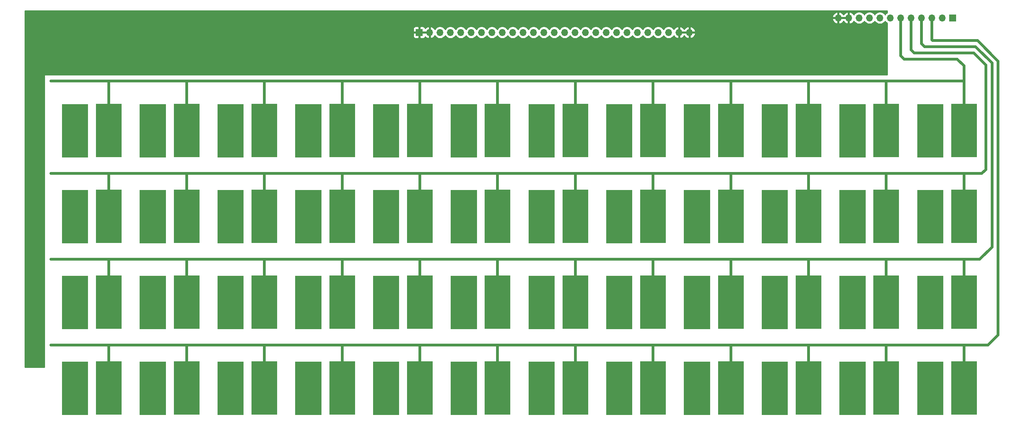
<source format=gtl>
G04 #@! TF.GenerationSoftware,KiCad,Pcbnew,5.1.10*
G04 #@! TF.CreationDate,2021-10-20T11:39:24+02:00*
G04 #@! TF.ProjectId,model_d,6d6f6465-6c5f-4642-9e6b-696361645f70,rev?*
G04 #@! TF.SameCoordinates,Original*
G04 #@! TF.FileFunction,Copper,L1,Top*
G04 #@! TF.FilePolarity,Positive*
%FSLAX46Y46*%
G04 Gerber Fmt 4.6, Leading zero omitted, Abs format (unit mm)*
G04 Created by KiCad (PCBNEW 5.1.10) date 2021-10-20 11:39:24*
%MOMM*%
%LPD*%
G01*
G04 APERTURE LIST*
G04 #@! TA.AperFunction,EtchedComponent*
%ADD10C,0.100000*%
G04 #@! TD*
G04 #@! TA.AperFunction,ConnectorPad*
%ADD11R,6.300000X13.000000*%
G04 #@! TD*
G04 #@! TA.AperFunction,ComponentPad*
%ADD12O,1.700000X1.700000*%
G04 #@! TD*
G04 #@! TA.AperFunction,ComponentPad*
%ADD13R,1.700000X1.700000*%
G04 #@! TD*
G04 #@! TA.AperFunction,Conductor*
%ADD14C,0.700000*%
G04 #@! TD*
G04 #@! TA.AperFunction,Conductor*
%ADD15C,0.254000*%
G04 #@! TD*
G04 #@! TA.AperFunction,Conductor*
%ADD16C,0.100000*%
G04 #@! TD*
G04 APERTURE END LIST*
D10*
G36*
X39000000Y-66500000D02*
G01*
X32700000Y-66500000D01*
X32700000Y-53500000D01*
X39000000Y-53500000D01*
X39000000Y-66500000D01*
G37*
X39000000Y-66500000D02*
X32700000Y-66500000D01*
X32700000Y-53500000D01*
X39000000Y-53500000D01*
X39000000Y-66500000D01*
G36*
X39000000Y-87500000D02*
G01*
X32700000Y-87500000D01*
X32700000Y-74500000D01*
X39000000Y-74500000D01*
X39000000Y-87500000D01*
G37*
X39000000Y-87500000D02*
X32700000Y-87500000D01*
X32700000Y-74500000D01*
X39000000Y-74500000D01*
X39000000Y-87500000D01*
G36*
X39000000Y-108500000D02*
G01*
X32700000Y-108500000D01*
X32700000Y-95500000D01*
X39000000Y-95500000D01*
X39000000Y-108500000D01*
G37*
X39000000Y-108500000D02*
X32700000Y-108500000D01*
X32700000Y-95500000D01*
X39000000Y-95500000D01*
X39000000Y-108500000D01*
G36*
X39000000Y-129500000D02*
G01*
X32700000Y-129500000D01*
X32700000Y-116500000D01*
X39000000Y-116500000D01*
X39000000Y-129500000D01*
G37*
X39000000Y-129500000D02*
X32700000Y-129500000D01*
X32700000Y-116500000D01*
X39000000Y-116500000D01*
X39000000Y-129500000D01*
G36*
X58000000Y-66500000D02*
G01*
X51700000Y-66500000D01*
X51700000Y-53500000D01*
X58000000Y-53500000D01*
X58000000Y-66500000D01*
G37*
X58000000Y-66500000D02*
X51700000Y-66500000D01*
X51700000Y-53500000D01*
X58000000Y-53500000D01*
X58000000Y-66500000D01*
G36*
X58000000Y-87500000D02*
G01*
X51700000Y-87500000D01*
X51700000Y-74500000D01*
X58000000Y-74500000D01*
X58000000Y-87500000D01*
G37*
X58000000Y-87500000D02*
X51700000Y-87500000D01*
X51700000Y-74500000D01*
X58000000Y-74500000D01*
X58000000Y-87500000D01*
G36*
X58000000Y-108500000D02*
G01*
X51700000Y-108500000D01*
X51700000Y-95500000D01*
X58000000Y-95500000D01*
X58000000Y-108500000D01*
G37*
X58000000Y-108500000D02*
X51700000Y-108500000D01*
X51700000Y-95500000D01*
X58000000Y-95500000D01*
X58000000Y-108500000D01*
G36*
X58000000Y-129500000D02*
G01*
X51700000Y-129500000D01*
X51700000Y-116500000D01*
X58000000Y-116500000D01*
X58000000Y-129500000D01*
G37*
X58000000Y-129500000D02*
X51700000Y-129500000D01*
X51700000Y-116500000D01*
X58000000Y-116500000D01*
X58000000Y-129500000D01*
G36*
X77000000Y-66500000D02*
G01*
X70700000Y-66500000D01*
X70700000Y-53500000D01*
X77000000Y-53500000D01*
X77000000Y-66500000D01*
G37*
X77000000Y-66500000D02*
X70700000Y-66500000D01*
X70700000Y-53500000D01*
X77000000Y-53500000D01*
X77000000Y-66500000D01*
G36*
X77000000Y-87500000D02*
G01*
X70700000Y-87500000D01*
X70700000Y-74500000D01*
X77000000Y-74500000D01*
X77000000Y-87500000D01*
G37*
X77000000Y-87500000D02*
X70700000Y-87500000D01*
X70700000Y-74500000D01*
X77000000Y-74500000D01*
X77000000Y-87500000D01*
G36*
X77000000Y-108500000D02*
G01*
X70700000Y-108500000D01*
X70700000Y-95500000D01*
X77000000Y-95500000D01*
X77000000Y-108500000D01*
G37*
X77000000Y-108500000D02*
X70700000Y-108500000D01*
X70700000Y-95500000D01*
X77000000Y-95500000D01*
X77000000Y-108500000D01*
G36*
X77000000Y-129500000D02*
G01*
X70700000Y-129500000D01*
X70700000Y-116500000D01*
X77000000Y-116500000D01*
X77000000Y-129500000D01*
G37*
X77000000Y-129500000D02*
X70700000Y-129500000D01*
X70700000Y-116500000D01*
X77000000Y-116500000D01*
X77000000Y-129500000D01*
G36*
X96000000Y-66500000D02*
G01*
X89700000Y-66500000D01*
X89700000Y-53500000D01*
X96000000Y-53500000D01*
X96000000Y-66500000D01*
G37*
X96000000Y-66500000D02*
X89700000Y-66500000D01*
X89700000Y-53500000D01*
X96000000Y-53500000D01*
X96000000Y-66500000D01*
G36*
X96000000Y-87500000D02*
G01*
X89700000Y-87500000D01*
X89700000Y-74500000D01*
X96000000Y-74500000D01*
X96000000Y-87500000D01*
G37*
X96000000Y-87500000D02*
X89700000Y-87500000D01*
X89700000Y-74500000D01*
X96000000Y-74500000D01*
X96000000Y-87500000D01*
G36*
X96000000Y-108500000D02*
G01*
X89700000Y-108500000D01*
X89700000Y-95500000D01*
X96000000Y-95500000D01*
X96000000Y-108500000D01*
G37*
X96000000Y-108500000D02*
X89700000Y-108500000D01*
X89700000Y-95500000D01*
X96000000Y-95500000D01*
X96000000Y-108500000D01*
G36*
X96000000Y-129500000D02*
G01*
X89700000Y-129500000D01*
X89700000Y-116500000D01*
X96000000Y-116500000D01*
X96000000Y-129500000D01*
G37*
X96000000Y-129500000D02*
X89700000Y-129500000D01*
X89700000Y-116500000D01*
X96000000Y-116500000D01*
X96000000Y-129500000D01*
G36*
X115000000Y-66500000D02*
G01*
X108700000Y-66500000D01*
X108700000Y-53500000D01*
X115000000Y-53500000D01*
X115000000Y-66500000D01*
G37*
X115000000Y-66500000D02*
X108700000Y-66500000D01*
X108700000Y-53500000D01*
X115000000Y-53500000D01*
X115000000Y-66500000D01*
G36*
X115000000Y-87500000D02*
G01*
X108700000Y-87500000D01*
X108700000Y-74500000D01*
X115000000Y-74500000D01*
X115000000Y-87500000D01*
G37*
X115000000Y-87500000D02*
X108700000Y-87500000D01*
X108700000Y-74500000D01*
X115000000Y-74500000D01*
X115000000Y-87500000D01*
G36*
X115000000Y-108500000D02*
G01*
X108700000Y-108500000D01*
X108700000Y-95500000D01*
X115000000Y-95500000D01*
X115000000Y-108500000D01*
G37*
X115000000Y-108500000D02*
X108700000Y-108500000D01*
X108700000Y-95500000D01*
X115000000Y-95500000D01*
X115000000Y-108500000D01*
G36*
X115000000Y-129500000D02*
G01*
X108700000Y-129500000D01*
X108700000Y-116500000D01*
X115000000Y-116500000D01*
X115000000Y-129500000D01*
G37*
X115000000Y-129500000D02*
X108700000Y-129500000D01*
X108700000Y-116500000D01*
X115000000Y-116500000D01*
X115000000Y-129500000D01*
G36*
X134000000Y-66500000D02*
G01*
X127700000Y-66500000D01*
X127700000Y-53500000D01*
X134000000Y-53500000D01*
X134000000Y-66500000D01*
G37*
X134000000Y-66500000D02*
X127700000Y-66500000D01*
X127700000Y-53500000D01*
X134000000Y-53500000D01*
X134000000Y-66500000D01*
G36*
X134000000Y-87500000D02*
G01*
X127700000Y-87500000D01*
X127700000Y-74500000D01*
X134000000Y-74500000D01*
X134000000Y-87500000D01*
G37*
X134000000Y-87500000D02*
X127700000Y-87500000D01*
X127700000Y-74500000D01*
X134000000Y-74500000D01*
X134000000Y-87500000D01*
G36*
X134000000Y-108500000D02*
G01*
X127700000Y-108500000D01*
X127700000Y-95500000D01*
X134000000Y-95500000D01*
X134000000Y-108500000D01*
G37*
X134000000Y-108500000D02*
X127700000Y-108500000D01*
X127700000Y-95500000D01*
X134000000Y-95500000D01*
X134000000Y-108500000D01*
G36*
X134000000Y-129500000D02*
G01*
X127700000Y-129500000D01*
X127700000Y-116500000D01*
X134000000Y-116500000D01*
X134000000Y-129500000D01*
G37*
X134000000Y-129500000D02*
X127700000Y-129500000D01*
X127700000Y-116500000D01*
X134000000Y-116500000D01*
X134000000Y-129500000D01*
G36*
X153000000Y-66500000D02*
G01*
X146700000Y-66500000D01*
X146700000Y-53500000D01*
X153000000Y-53500000D01*
X153000000Y-66500000D01*
G37*
X153000000Y-66500000D02*
X146700000Y-66500000D01*
X146700000Y-53500000D01*
X153000000Y-53500000D01*
X153000000Y-66500000D01*
G36*
X153000000Y-87500000D02*
G01*
X146700000Y-87500000D01*
X146700000Y-74500000D01*
X153000000Y-74500000D01*
X153000000Y-87500000D01*
G37*
X153000000Y-87500000D02*
X146700000Y-87500000D01*
X146700000Y-74500000D01*
X153000000Y-74500000D01*
X153000000Y-87500000D01*
G36*
X153000000Y-108500000D02*
G01*
X146700000Y-108500000D01*
X146700000Y-95500000D01*
X153000000Y-95500000D01*
X153000000Y-108500000D01*
G37*
X153000000Y-108500000D02*
X146700000Y-108500000D01*
X146700000Y-95500000D01*
X153000000Y-95500000D01*
X153000000Y-108500000D01*
G36*
X153000000Y-129500000D02*
G01*
X146700000Y-129500000D01*
X146700000Y-116500000D01*
X153000000Y-116500000D01*
X153000000Y-129500000D01*
G37*
X153000000Y-129500000D02*
X146700000Y-129500000D01*
X146700000Y-116500000D01*
X153000000Y-116500000D01*
X153000000Y-129500000D01*
G36*
X172000000Y-66500000D02*
G01*
X165700000Y-66500000D01*
X165700000Y-53500000D01*
X172000000Y-53500000D01*
X172000000Y-66500000D01*
G37*
X172000000Y-66500000D02*
X165700000Y-66500000D01*
X165700000Y-53500000D01*
X172000000Y-53500000D01*
X172000000Y-66500000D01*
G36*
X172000000Y-87500000D02*
G01*
X165700000Y-87500000D01*
X165700000Y-74500000D01*
X172000000Y-74500000D01*
X172000000Y-87500000D01*
G37*
X172000000Y-87500000D02*
X165700000Y-87500000D01*
X165700000Y-74500000D01*
X172000000Y-74500000D01*
X172000000Y-87500000D01*
G36*
X172000000Y-108500000D02*
G01*
X165700000Y-108500000D01*
X165700000Y-95500000D01*
X172000000Y-95500000D01*
X172000000Y-108500000D01*
G37*
X172000000Y-108500000D02*
X165700000Y-108500000D01*
X165700000Y-95500000D01*
X172000000Y-95500000D01*
X172000000Y-108500000D01*
G36*
X172000000Y-129500000D02*
G01*
X165700000Y-129500000D01*
X165700000Y-116500000D01*
X172000000Y-116500000D01*
X172000000Y-129500000D01*
G37*
X172000000Y-129500000D02*
X165700000Y-129500000D01*
X165700000Y-116500000D01*
X172000000Y-116500000D01*
X172000000Y-129500000D01*
G36*
X191000000Y-66500000D02*
G01*
X184700000Y-66500000D01*
X184700000Y-53500000D01*
X191000000Y-53500000D01*
X191000000Y-66500000D01*
G37*
X191000000Y-66500000D02*
X184700000Y-66500000D01*
X184700000Y-53500000D01*
X191000000Y-53500000D01*
X191000000Y-66500000D01*
G36*
X191000000Y-87500000D02*
G01*
X184700000Y-87500000D01*
X184700000Y-74500000D01*
X191000000Y-74500000D01*
X191000000Y-87500000D01*
G37*
X191000000Y-87500000D02*
X184700000Y-87500000D01*
X184700000Y-74500000D01*
X191000000Y-74500000D01*
X191000000Y-87500000D01*
G36*
X191000000Y-108500000D02*
G01*
X184700000Y-108500000D01*
X184700000Y-95500000D01*
X191000000Y-95500000D01*
X191000000Y-108500000D01*
G37*
X191000000Y-108500000D02*
X184700000Y-108500000D01*
X184700000Y-95500000D01*
X191000000Y-95500000D01*
X191000000Y-108500000D01*
G36*
X191000000Y-129500000D02*
G01*
X184700000Y-129500000D01*
X184700000Y-116500000D01*
X191000000Y-116500000D01*
X191000000Y-129500000D01*
G37*
X191000000Y-129500000D02*
X184700000Y-129500000D01*
X184700000Y-116500000D01*
X191000000Y-116500000D01*
X191000000Y-129500000D01*
G36*
X210000000Y-66500000D02*
G01*
X203700000Y-66500000D01*
X203700000Y-53500000D01*
X210000000Y-53500000D01*
X210000000Y-66500000D01*
G37*
X210000000Y-66500000D02*
X203700000Y-66500000D01*
X203700000Y-53500000D01*
X210000000Y-53500000D01*
X210000000Y-66500000D01*
G36*
X210000000Y-87500000D02*
G01*
X203700000Y-87500000D01*
X203700000Y-74500000D01*
X210000000Y-74500000D01*
X210000000Y-87500000D01*
G37*
X210000000Y-87500000D02*
X203700000Y-87500000D01*
X203700000Y-74500000D01*
X210000000Y-74500000D01*
X210000000Y-87500000D01*
G36*
X210000000Y-108500000D02*
G01*
X203700000Y-108500000D01*
X203700000Y-95500000D01*
X210000000Y-95500000D01*
X210000000Y-108500000D01*
G37*
X210000000Y-108500000D02*
X203700000Y-108500000D01*
X203700000Y-95500000D01*
X210000000Y-95500000D01*
X210000000Y-108500000D01*
G36*
X210000000Y-129500000D02*
G01*
X203700000Y-129500000D01*
X203700000Y-116500000D01*
X210000000Y-116500000D01*
X210000000Y-129500000D01*
G37*
X210000000Y-129500000D02*
X203700000Y-129500000D01*
X203700000Y-116500000D01*
X210000000Y-116500000D01*
X210000000Y-129500000D01*
G36*
X229000000Y-66500000D02*
G01*
X222700000Y-66500000D01*
X222700000Y-53500000D01*
X229000000Y-53500000D01*
X229000000Y-66500000D01*
G37*
X229000000Y-66500000D02*
X222700000Y-66500000D01*
X222700000Y-53500000D01*
X229000000Y-53500000D01*
X229000000Y-66500000D01*
G36*
X229000000Y-87500000D02*
G01*
X222700000Y-87500000D01*
X222700000Y-74500000D01*
X229000000Y-74500000D01*
X229000000Y-87500000D01*
G37*
X229000000Y-87500000D02*
X222700000Y-87500000D01*
X222700000Y-74500000D01*
X229000000Y-74500000D01*
X229000000Y-87500000D01*
G36*
X229000000Y-108500000D02*
G01*
X222700000Y-108500000D01*
X222700000Y-95500000D01*
X229000000Y-95500000D01*
X229000000Y-108500000D01*
G37*
X229000000Y-108500000D02*
X222700000Y-108500000D01*
X222700000Y-95500000D01*
X229000000Y-95500000D01*
X229000000Y-108500000D01*
G36*
X229000000Y-129500000D02*
G01*
X222700000Y-129500000D01*
X222700000Y-116500000D01*
X229000000Y-116500000D01*
X229000000Y-129500000D01*
G37*
X229000000Y-129500000D02*
X222700000Y-129500000D01*
X222700000Y-116500000D01*
X229000000Y-116500000D01*
X229000000Y-129500000D01*
G36*
X248000000Y-66500000D02*
G01*
X241700000Y-66500000D01*
X241700000Y-53500000D01*
X248000000Y-53500000D01*
X248000000Y-66500000D01*
G37*
X248000000Y-66500000D02*
X241700000Y-66500000D01*
X241700000Y-53500000D01*
X248000000Y-53500000D01*
X248000000Y-66500000D01*
G36*
X248000000Y-87500000D02*
G01*
X241700000Y-87500000D01*
X241700000Y-74500000D01*
X248000000Y-74500000D01*
X248000000Y-87500000D01*
G37*
X248000000Y-87500000D02*
X241700000Y-87500000D01*
X241700000Y-74500000D01*
X248000000Y-74500000D01*
X248000000Y-87500000D01*
G36*
X248000000Y-108500000D02*
G01*
X241700000Y-108500000D01*
X241700000Y-95500000D01*
X248000000Y-95500000D01*
X248000000Y-108500000D01*
G37*
X248000000Y-108500000D02*
X241700000Y-108500000D01*
X241700000Y-95500000D01*
X248000000Y-95500000D01*
X248000000Y-108500000D01*
G36*
X248000000Y-129500000D02*
G01*
X241700000Y-129500000D01*
X241700000Y-116500000D01*
X248000000Y-116500000D01*
X248000000Y-129500000D01*
G37*
X248000000Y-129500000D02*
X241700000Y-129500000D01*
X241700000Y-116500000D01*
X248000000Y-116500000D01*
X248000000Y-129500000D01*
D11*
X44150000Y-60000000D03*
X44150000Y-81000000D03*
X44150000Y-102000000D03*
X44150000Y-123000000D03*
X63150000Y-60000000D03*
X63150000Y-81000000D03*
X63150000Y-102000000D03*
X63150000Y-123000000D03*
X82150000Y-60000000D03*
X82150000Y-81000000D03*
X82150000Y-102000000D03*
X82150000Y-123000000D03*
X101150000Y-60000000D03*
X101150000Y-81000000D03*
X101150000Y-102000000D03*
X101150000Y-123000000D03*
X120150000Y-60000000D03*
X120150000Y-81000000D03*
X120150000Y-102000000D03*
X120150000Y-123000000D03*
X139150000Y-60000000D03*
X139150000Y-81000000D03*
X139150000Y-102000000D03*
X139150000Y-123000000D03*
X158150000Y-60000000D03*
X158150000Y-81000000D03*
X158150000Y-102000000D03*
X158150000Y-123000000D03*
X177150000Y-60000000D03*
X177150000Y-81000000D03*
X177150000Y-102000000D03*
X177150000Y-123000000D03*
X196150000Y-60000000D03*
X196150000Y-81000000D03*
X196150000Y-102000000D03*
X196150000Y-123000000D03*
X215150000Y-60000000D03*
X215150000Y-81000000D03*
X215150000Y-102000000D03*
X215150000Y-123000000D03*
X234150000Y-60000000D03*
X234150000Y-81000000D03*
X234150000Y-102000000D03*
X234150000Y-123000000D03*
X253150000Y-60000000D03*
X253150000Y-81000000D03*
X253150000Y-102000000D03*
X253150000Y-123000000D03*
D12*
X186040000Y-36000000D03*
X183500000Y-36000000D03*
X180960000Y-36000000D03*
X178420000Y-36000000D03*
X175880000Y-36000000D03*
X173340000Y-36000000D03*
X170800000Y-36000000D03*
X168260000Y-36000000D03*
X165720000Y-36000000D03*
X163180000Y-36000000D03*
X160640000Y-36000000D03*
X158100000Y-36000000D03*
X155560000Y-36000000D03*
X153020000Y-36000000D03*
X150480000Y-36000000D03*
X147940000Y-36000000D03*
X145400000Y-36000000D03*
X142860000Y-36000000D03*
X140320000Y-36000000D03*
X137780000Y-36000000D03*
X135240000Y-36000000D03*
X132700000Y-36000000D03*
X130160000Y-36000000D03*
X127620000Y-36000000D03*
X125080000Y-36000000D03*
X122540000Y-36000000D03*
D13*
X120000000Y-36000000D03*
D12*
X222433515Y-32428122D03*
X224973515Y-32428122D03*
X227513515Y-32428122D03*
X230053515Y-32428122D03*
X232593515Y-32428122D03*
X235133515Y-32428122D03*
X237673515Y-32428122D03*
X240213515Y-32428122D03*
X242753515Y-32428122D03*
X245293515Y-32428122D03*
X247833515Y-32428122D03*
D13*
X250373515Y-32428122D03*
D14*
X253150000Y-123000000D02*
X253150000Y-112500000D01*
X253150000Y-112500000D02*
X30000000Y-112500000D01*
X234150000Y-123000000D02*
X234150000Y-112500000D01*
X215150000Y-123000000D02*
X215150000Y-112500000D01*
X196150000Y-123000000D02*
X196150000Y-112500000D01*
X177150000Y-123000000D02*
X177150000Y-112500000D01*
X158150000Y-123000000D02*
X158150000Y-112500000D01*
X139150000Y-123000000D02*
X139150000Y-112500000D01*
X120150000Y-123000000D02*
X120150000Y-112500000D01*
X101150000Y-123000000D02*
X101150000Y-112500000D01*
X82150000Y-123000000D02*
X82150000Y-112500000D01*
X63150000Y-123000000D02*
X63150000Y-112500000D01*
X44150000Y-123000000D02*
X44150000Y-112500000D01*
X253150000Y-112500000D02*
X259000000Y-112500000D01*
X259000000Y-112500000D02*
X261500000Y-110000000D01*
X261500000Y-110000000D02*
X261500000Y-43000000D01*
X261500000Y-43000000D02*
X256500000Y-38000000D01*
X256500000Y-38000000D02*
X245500000Y-38000000D01*
X245293515Y-37793515D02*
X245293515Y-36428122D01*
X245500000Y-38000000D02*
X245293515Y-37793515D01*
X245293515Y-36428122D02*
X245293515Y-32428122D01*
X253150000Y-102000000D02*
X253150000Y-91500000D01*
X253150000Y-91500000D02*
X30000000Y-91500000D01*
X234150000Y-102000000D02*
X234150000Y-91500000D01*
X215150000Y-102000000D02*
X215150000Y-91500000D01*
X196150000Y-102000000D02*
X196150000Y-91500000D01*
X177150000Y-102000000D02*
X177150000Y-91500000D01*
X158150000Y-102000000D02*
X158150000Y-91500000D01*
X139150000Y-102000000D02*
X139150000Y-91500000D01*
X120150000Y-102000000D02*
X120150000Y-91500000D01*
X101150000Y-102000000D02*
X101150000Y-91500000D01*
X82150000Y-102000000D02*
X82150000Y-91500000D01*
X63150000Y-102000000D02*
X63150000Y-91500000D01*
X44150000Y-102000000D02*
X44150000Y-91500000D01*
X256000000Y-39500000D02*
X243500000Y-39500000D01*
X260000000Y-43500000D02*
X256000000Y-39500000D01*
X260000000Y-88500000D02*
X260000000Y-43500000D01*
X242753515Y-38753515D02*
X242753515Y-36428122D01*
X257000000Y-91500000D02*
X260000000Y-88500000D01*
X243500000Y-39500000D02*
X242753515Y-38753515D01*
X253150000Y-91500000D02*
X257000000Y-91500000D01*
X242753515Y-36428122D02*
X242753515Y-32428122D01*
X253150000Y-81000000D02*
X253150000Y-70500000D01*
X234150000Y-81000000D02*
X234150000Y-70650000D01*
X253150000Y-70500000D02*
X234000000Y-70500000D01*
X215150000Y-81000000D02*
X215150000Y-70650000D01*
X215000000Y-70500000D02*
X30000000Y-70500000D01*
X234000000Y-70500000D02*
X215000000Y-70500000D01*
X196150000Y-81000000D02*
X196150000Y-70500000D01*
X177150000Y-81000000D02*
X177150000Y-70500000D01*
X158150000Y-81000000D02*
X158150000Y-70500000D01*
X139150000Y-81000000D02*
X139150000Y-70500000D01*
X120150000Y-81000000D02*
X120150000Y-70500000D01*
X101150000Y-81000000D02*
X101150000Y-70500000D01*
X82150000Y-81000000D02*
X82150000Y-70500000D01*
X63150000Y-81000000D02*
X63150000Y-70500000D01*
X44150000Y-81000000D02*
X44150000Y-70500000D01*
X253150000Y-70500000D02*
X257500000Y-70500000D01*
X257500000Y-70500000D02*
X258500000Y-69500000D01*
X258500000Y-69500000D02*
X258500000Y-44000000D01*
X258500000Y-44000000D02*
X255500000Y-41000000D01*
X255500000Y-41000000D02*
X241000000Y-41000000D01*
X240213515Y-40213515D02*
X240213515Y-36428122D01*
X241000000Y-41000000D02*
X240213515Y-40213515D01*
X240213515Y-36428122D02*
X240213515Y-32428122D01*
X44150000Y-60000000D02*
X44150000Y-47850000D01*
X253150000Y-60000000D02*
X253150000Y-47850000D01*
X234150000Y-60000000D02*
X234150000Y-47850000D01*
X234150000Y-47850000D02*
X253150000Y-47850000D01*
X215150000Y-60000000D02*
X215150000Y-47850000D01*
X215150000Y-47850000D02*
X234150000Y-47850000D01*
X196150000Y-60000000D02*
X196150000Y-47850000D01*
X196150000Y-47850000D02*
X215150000Y-47850000D01*
X177150000Y-48050000D02*
X177350000Y-47850000D01*
X177150000Y-60000000D02*
X177150000Y-48050000D01*
X177350000Y-47850000D02*
X196150000Y-47850000D01*
X158150000Y-60000000D02*
X158150000Y-47850000D01*
X158150000Y-47850000D02*
X177350000Y-47850000D01*
X139150000Y-60000000D02*
X139150000Y-47850000D01*
X139150000Y-47850000D02*
X158150000Y-47850000D01*
X120150000Y-60000000D02*
X120150000Y-47850000D01*
X120150000Y-47850000D02*
X139150000Y-47850000D01*
X101150000Y-60000000D02*
X101150000Y-47850000D01*
X101150000Y-47850000D02*
X120150000Y-47850000D01*
X82150000Y-60000000D02*
X82150000Y-47850000D01*
X82150000Y-47850000D02*
X101150000Y-47850000D01*
X63150000Y-60000000D02*
X63150000Y-47850000D01*
X63150000Y-47850000D02*
X82150000Y-47850000D01*
X44150000Y-47850000D02*
X63150000Y-47850000D01*
X44150000Y-47850000D02*
X30000000Y-47850000D01*
X253150000Y-47850000D02*
X253150000Y-44150000D01*
X253150000Y-44150000D02*
X251500000Y-42500000D01*
X251500000Y-42500000D02*
X238500000Y-42500000D01*
X237673515Y-41673515D02*
X237673515Y-36428122D01*
X238500000Y-42500000D02*
X237673515Y-41673515D01*
X237673515Y-36428122D02*
X237673515Y-32428122D01*
D15*
X234373000Y-31150288D02*
X234186883Y-31274647D01*
X233980040Y-31481490D01*
X233863515Y-31655882D01*
X233746990Y-31481490D01*
X233540147Y-31274647D01*
X233296926Y-31112132D01*
X233026673Y-31000190D01*
X232739775Y-30943122D01*
X232447255Y-30943122D01*
X232160357Y-31000190D01*
X231890104Y-31112132D01*
X231646883Y-31274647D01*
X231440040Y-31481490D01*
X231323515Y-31655882D01*
X231206990Y-31481490D01*
X231000147Y-31274647D01*
X230756926Y-31112132D01*
X230486673Y-31000190D01*
X230199775Y-30943122D01*
X229907255Y-30943122D01*
X229620357Y-31000190D01*
X229350104Y-31112132D01*
X229106883Y-31274647D01*
X228900040Y-31481490D01*
X228783515Y-31655882D01*
X228666990Y-31481490D01*
X228460147Y-31274647D01*
X228216926Y-31112132D01*
X227946673Y-31000190D01*
X227659775Y-30943122D01*
X227367255Y-30943122D01*
X227080357Y-31000190D01*
X226810104Y-31112132D01*
X226566883Y-31274647D01*
X226360040Y-31481490D01*
X226238320Y-31663656D01*
X226168693Y-31546767D01*
X225973784Y-31330534D01*
X225740435Y-31156481D01*
X225477614Y-31031297D01*
X225330405Y-30986646D01*
X225100515Y-31107967D01*
X225100515Y-32301122D01*
X225120515Y-32301122D01*
X225120515Y-32555122D01*
X225100515Y-32555122D01*
X225100515Y-33748277D01*
X225330405Y-33869598D01*
X225477614Y-33824947D01*
X225740435Y-33699763D01*
X225973784Y-33525710D01*
X226168693Y-33309477D01*
X226238320Y-33192588D01*
X226360040Y-33374754D01*
X226566883Y-33581597D01*
X226810104Y-33744112D01*
X227080357Y-33856054D01*
X227367255Y-33913122D01*
X227659775Y-33913122D01*
X227946673Y-33856054D01*
X228216926Y-33744112D01*
X228460147Y-33581597D01*
X228666990Y-33374754D01*
X228783515Y-33200362D01*
X228900040Y-33374754D01*
X229106883Y-33581597D01*
X229350104Y-33744112D01*
X229620357Y-33856054D01*
X229907255Y-33913122D01*
X230199775Y-33913122D01*
X230486673Y-33856054D01*
X230756926Y-33744112D01*
X231000147Y-33581597D01*
X231206990Y-33374754D01*
X231323515Y-33200362D01*
X231440040Y-33374754D01*
X231646883Y-33581597D01*
X231890104Y-33744112D01*
X232160357Y-33856054D01*
X232447255Y-33913122D01*
X232739775Y-33913122D01*
X233026673Y-33856054D01*
X233296926Y-33744112D01*
X233540147Y-33581597D01*
X233746990Y-33374754D01*
X233863515Y-33200362D01*
X233980040Y-33374754D01*
X234186883Y-33581597D01*
X234373000Y-33705956D01*
X234373000Y-46373000D01*
X28500000Y-46373000D01*
X28475224Y-46375440D01*
X28451399Y-46382667D01*
X28429443Y-46394403D01*
X28410197Y-46410197D01*
X28394403Y-46429443D01*
X28382667Y-46451399D01*
X28375440Y-46475224D01*
X28373000Y-46500000D01*
X28373000Y-117873000D01*
X23627000Y-117873000D01*
X23627000Y-36850000D01*
X118511928Y-36850000D01*
X118524188Y-36974482D01*
X118560498Y-37094180D01*
X118619463Y-37204494D01*
X118698815Y-37301185D01*
X118795506Y-37380537D01*
X118905820Y-37439502D01*
X119025518Y-37475812D01*
X119150000Y-37488072D01*
X119714250Y-37485000D01*
X119873000Y-37326250D01*
X119873000Y-36127000D01*
X120127000Y-36127000D01*
X120127000Y-37326250D01*
X120285750Y-37485000D01*
X120850000Y-37488072D01*
X120974482Y-37475812D01*
X121094180Y-37439502D01*
X121204494Y-37380537D01*
X121301185Y-37301185D01*
X121380537Y-37204494D01*
X121439502Y-37094180D01*
X121463966Y-37013534D01*
X121539731Y-37097588D01*
X121773080Y-37271641D01*
X122035901Y-37396825D01*
X122183110Y-37441476D01*
X122413000Y-37320155D01*
X122413000Y-36127000D01*
X120127000Y-36127000D01*
X119873000Y-36127000D01*
X118673750Y-36127000D01*
X118515000Y-36285750D01*
X118511928Y-36850000D01*
X23627000Y-36850000D01*
X23627000Y-35150000D01*
X118511928Y-35150000D01*
X118515000Y-35714250D01*
X118673750Y-35873000D01*
X119873000Y-35873000D01*
X119873000Y-34673750D01*
X120127000Y-34673750D01*
X120127000Y-35873000D01*
X122413000Y-35873000D01*
X122413000Y-34679845D01*
X122667000Y-34679845D01*
X122667000Y-35873000D01*
X122687000Y-35873000D01*
X122687000Y-36127000D01*
X122667000Y-36127000D01*
X122667000Y-37320155D01*
X122896890Y-37441476D01*
X123044099Y-37396825D01*
X123306920Y-37271641D01*
X123540269Y-37097588D01*
X123735178Y-36881355D01*
X123804805Y-36764466D01*
X123926525Y-36946632D01*
X124133368Y-37153475D01*
X124376589Y-37315990D01*
X124646842Y-37427932D01*
X124933740Y-37485000D01*
X125226260Y-37485000D01*
X125513158Y-37427932D01*
X125783411Y-37315990D01*
X126026632Y-37153475D01*
X126233475Y-36946632D01*
X126350000Y-36772240D01*
X126466525Y-36946632D01*
X126673368Y-37153475D01*
X126916589Y-37315990D01*
X127186842Y-37427932D01*
X127473740Y-37485000D01*
X127766260Y-37485000D01*
X128053158Y-37427932D01*
X128323411Y-37315990D01*
X128566632Y-37153475D01*
X128773475Y-36946632D01*
X128890000Y-36772240D01*
X129006525Y-36946632D01*
X129213368Y-37153475D01*
X129456589Y-37315990D01*
X129726842Y-37427932D01*
X130013740Y-37485000D01*
X130306260Y-37485000D01*
X130593158Y-37427932D01*
X130863411Y-37315990D01*
X131106632Y-37153475D01*
X131313475Y-36946632D01*
X131430000Y-36772240D01*
X131546525Y-36946632D01*
X131753368Y-37153475D01*
X131996589Y-37315990D01*
X132266842Y-37427932D01*
X132553740Y-37485000D01*
X132846260Y-37485000D01*
X133133158Y-37427932D01*
X133403411Y-37315990D01*
X133646632Y-37153475D01*
X133853475Y-36946632D01*
X133970000Y-36772240D01*
X134086525Y-36946632D01*
X134293368Y-37153475D01*
X134536589Y-37315990D01*
X134806842Y-37427932D01*
X135093740Y-37485000D01*
X135386260Y-37485000D01*
X135673158Y-37427932D01*
X135943411Y-37315990D01*
X136186632Y-37153475D01*
X136393475Y-36946632D01*
X136510000Y-36772240D01*
X136626525Y-36946632D01*
X136833368Y-37153475D01*
X137076589Y-37315990D01*
X137346842Y-37427932D01*
X137633740Y-37485000D01*
X137926260Y-37485000D01*
X138213158Y-37427932D01*
X138483411Y-37315990D01*
X138726632Y-37153475D01*
X138933475Y-36946632D01*
X139050000Y-36772240D01*
X139166525Y-36946632D01*
X139373368Y-37153475D01*
X139616589Y-37315990D01*
X139886842Y-37427932D01*
X140173740Y-37485000D01*
X140466260Y-37485000D01*
X140753158Y-37427932D01*
X141023411Y-37315990D01*
X141266632Y-37153475D01*
X141473475Y-36946632D01*
X141590000Y-36772240D01*
X141706525Y-36946632D01*
X141913368Y-37153475D01*
X142156589Y-37315990D01*
X142426842Y-37427932D01*
X142713740Y-37485000D01*
X143006260Y-37485000D01*
X143293158Y-37427932D01*
X143563411Y-37315990D01*
X143806632Y-37153475D01*
X144013475Y-36946632D01*
X144130000Y-36772240D01*
X144246525Y-36946632D01*
X144453368Y-37153475D01*
X144696589Y-37315990D01*
X144966842Y-37427932D01*
X145253740Y-37485000D01*
X145546260Y-37485000D01*
X145833158Y-37427932D01*
X146103411Y-37315990D01*
X146346632Y-37153475D01*
X146553475Y-36946632D01*
X146670000Y-36772240D01*
X146786525Y-36946632D01*
X146993368Y-37153475D01*
X147236589Y-37315990D01*
X147506842Y-37427932D01*
X147793740Y-37485000D01*
X148086260Y-37485000D01*
X148373158Y-37427932D01*
X148643411Y-37315990D01*
X148886632Y-37153475D01*
X149093475Y-36946632D01*
X149210000Y-36772240D01*
X149326525Y-36946632D01*
X149533368Y-37153475D01*
X149776589Y-37315990D01*
X150046842Y-37427932D01*
X150333740Y-37485000D01*
X150626260Y-37485000D01*
X150913158Y-37427932D01*
X151183411Y-37315990D01*
X151426632Y-37153475D01*
X151633475Y-36946632D01*
X151750000Y-36772240D01*
X151866525Y-36946632D01*
X152073368Y-37153475D01*
X152316589Y-37315990D01*
X152586842Y-37427932D01*
X152873740Y-37485000D01*
X153166260Y-37485000D01*
X153453158Y-37427932D01*
X153723411Y-37315990D01*
X153966632Y-37153475D01*
X154173475Y-36946632D01*
X154290000Y-36772240D01*
X154406525Y-36946632D01*
X154613368Y-37153475D01*
X154856589Y-37315990D01*
X155126842Y-37427932D01*
X155413740Y-37485000D01*
X155706260Y-37485000D01*
X155993158Y-37427932D01*
X156263411Y-37315990D01*
X156506632Y-37153475D01*
X156713475Y-36946632D01*
X156830000Y-36772240D01*
X156946525Y-36946632D01*
X157153368Y-37153475D01*
X157396589Y-37315990D01*
X157666842Y-37427932D01*
X157953740Y-37485000D01*
X158246260Y-37485000D01*
X158533158Y-37427932D01*
X158803411Y-37315990D01*
X159046632Y-37153475D01*
X159253475Y-36946632D01*
X159370000Y-36772240D01*
X159486525Y-36946632D01*
X159693368Y-37153475D01*
X159936589Y-37315990D01*
X160206842Y-37427932D01*
X160493740Y-37485000D01*
X160786260Y-37485000D01*
X161073158Y-37427932D01*
X161343411Y-37315990D01*
X161586632Y-37153475D01*
X161793475Y-36946632D01*
X161910000Y-36772240D01*
X162026525Y-36946632D01*
X162233368Y-37153475D01*
X162476589Y-37315990D01*
X162746842Y-37427932D01*
X163033740Y-37485000D01*
X163326260Y-37485000D01*
X163613158Y-37427932D01*
X163883411Y-37315990D01*
X164126632Y-37153475D01*
X164333475Y-36946632D01*
X164450000Y-36772240D01*
X164566525Y-36946632D01*
X164773368Y-37153475D01*
X165016589Y-37315990D01*
X165286842Y-37427932D01*
X165573740Y-37485000D01*
X165866260Y-37485000D01*
X166153158Y-37427932D01*
X166423411Y-37315990D01*
X166666632Y-37153475D01*
X166873475Y-36946632D01*
X166990000Y-36772240D01*
X167106525Y-36946632D01*
X167313368Y-37153475D01*
X167556589Y-37315990D01*
X167826842Y-37427932D01*
X168113740Y-37485000D01*
X168406260Y-37485000D01*
X168693158Y-37427932D01*
X168963411Y-37315990D01*
X169206632Y-37153475D01*
X169413475Y-36946632D01*
X169530000Y-36772240D01*
X169646525Y-36946632D01*
X169853368Y-37153475D01*
X170096589Y-37315990D01*
X170366842Y-37427932D01*
X170653740Y-37485000D01*
X170946260Y-37485000D01*
X171233158Y-37427932D01*
X171503411Y-37315990D01*
X171746632Y-37153475D01*
X171953475Y-36946632D01*
X172070000Y-36772240D01*
X172186525Y-36946632D01*
X172393368Y-37153475D01*
X172636589Y-37315990D01*
X172906842Y-37427932D01*
X173193740Y-37485000D01*
X173486260Y-37485000D01*
X173773158Y-37427932D01*
X174043411Y-37315990D01*
X174286632Y-37153475D01*
X174493475Y-36946632D01*
X174610000Y-36772240D01*
X174726525Y-36946632D01*
X174933368Y-37153475D01*
X175176589Y-37315990D01*
X175446842Y-37427932D01*
X175733740Y-37485000D01*
X176026260Y-37485000D01*
X176313158Y-37427932D01*
X176583411Y-37315990D01*
X176826632Y-37153475D01*
X177033475Y-36946632D01*
X177150000Y-36772240D01*
X177266525Y-36946632D01*
X177473368Y-37153475D01*
X177716589Y-37315990D01*
X177986842Y-37427932D01*
X178273740Y-37485000D01*
X178566260Y-37485000D01*
X178853158Y-37427932D01*
X179123411Y-37315990D01*
X179366632Y-37153475D01*
X179573475Y-36946632D01*
X179690000Y-36772240D01*
X179806525Y-36946632D01*
X180013368Y-37153475D01*
X180256589Y-37315990D01*
X180526842Y-37427932D01*
X180813740Y-37485000D01*
X181106260Y-37485000D01*
X181393158Y-37427932D01*
X181663411Y-37315990D01*
X181906632Y-37153475D01*
X182113475Y-36946632D01*
X182235195Y-36764466D01*
X182304822Y-36881355D01*
X182499731Y-37097588D01*
X182733080Y-37271641D01*
X182995901Y-37396825D01*
X183143110Y-37441476D01*
X183373000Y-37320155D01*
X183373000Y-36127000D01*
X183627000Y-36127000D01*
X183627000Y-37320155D01*
X183856890Y-37441476D01*
X184004099Y-37396825D01*
X184266920Y-37271641D01*
X184500269Y-37097588D01*
X184695178Y-36881355D01*
X184770000Y-36755745D01*
X184844822Y-36881355D01*
X185039731Y-37097588D01*
X185273080Y-37271641D01*
X185535901Y-37396825D01*
X185683110Y-37441476D01*
X185913000Y-37320155D01*
X185913000Y-36127000D01*
X186167000Y-36127000D01*
X186167000Y-37320155D01*
X186396890Y-37441476D01*
X186544099Y-37396825D01*
X186806920Y-37271641D01*
X187040269Y-37097588D01*
X187235178Y-36881355D01*
X187384157Y-36631252D01*
X187481481Y-36356891D01*
X187360814Y-36127000D01*
X186167000Y-36127000D01*
X185913000Y-36127000D01*
X183627000Y-36127000D01*
X183373000Y-36127000D01*
X183353000Y-36127000D01*
X183353000Y-35873000D01*
X183373000Y-35873000D01*
X183373000Y-34679845D01*
X183627000Y-34679845D01*
X183627000Y-35873000D01*
X185913000Y-35873000D01*
X185913000Y-34679845D01*
X186167000Y-34679845D01*
X186167000Y-35873000D01*
X187360814Y-35873000D01*
X187481481Y-35643109D01*
X187384157Y-35368748D01*
X187235178Y-35118645D01*
X187040269Y-34902412D01*
X186806920Y-34728359D01*
X186544099Y-34603175D01*
X186396890Y-34558524D01*
X186167000Y-34679845D01*
X185913000Y-34679845D01*
X185683110Y-34558524D01*
X185535901Y-34603175D01*
X185273080Y-34728359D01*
X185039731Y-34902412D01*
X184844822Y-35118645D01*
X184770000Y-35244255D01*
X184695178Y-35118645D01*
X184500269Y-34902412D01*
X184266920Y-34728359D01*
X184004099Y-34603175D01*
X183856890Y-34558524D01*
X183627000Y-34679845D01*
X183373000Y-34679845D01*
X183143110Y-34558524D01*
X182995901Y-34603175D01*
X182733080Y-34728359D01*
X182499731Y-34902412D01*
X182304822Y-35118645D01*
X182235195Y-35235534D01*
X182113475Y-35053368D01*
X181906632Y-34846525D01*
X181663411Y-34684010D01*
X181393158Y-34572068D01*
X181106260Y-34515000D01*
X180813740Y-34515000D01*
X180526842Y-34572068D01*
X180256589Y-34684010D01*
X180013368Y-34846525D01*
X179806525Y-35053368D01*
X179690000Y-35227760D01*
X179573475Y-35053368D01*
X179366632Y-34846525D01*
X179123411Y-34684010D01*
X178853158Y-34572068D01*
X178566260Y-34515000D01*
X178273740Y-34515000D01*
X177986842Y-34572068D01*
X177716589Y-34684010D01*
X177473368Y-34846525D01*
X177266525Y-35053368D01*
X177150000Y-35227760D01*
X177033475Y-35053368D01*
X176826632Y-34846525D01*
X176583411Y-34684010D01*
X176313158Y-34572068D01*
X176026260Y-34515000D01*
X175733740Y-34515000D01*
X175446842Y-34572068D01*
X175176589Y-34684010D01*
X174933368Y-34846525D01*
X174726525Y-35053368D01*
X174610000Y-35227760D01*
X174493475Y-35053368D01*
X174286632Y-34846525D01*
X174043411Y-34684010D01*
X173773158Y-34572068D01*
X173486260Y-34515000D01*
X173193740Y-34515000D01*
X172906842Y-34572068D01*
X172636589Y-34684010D01*
X172393368Y-34846525D01*
X172186525Y-35053368D01*
X172070000Y-35227760D01*
X171953475Y-35053368D01*
X171746632Y-34846525D01*
X171503411Y-34684010D01*
X171233158Y-34572068D01*
X170946260Y-34515000D01*
X170653740Y-34515000D01*
X170366842Y-34572068D01*
X170096589Y-34684010D01*
X169853368Y-34846525D01*
X169646525Y-35053368D01*
X169530000Y-35227760D01*
X169413475Y-35053368D01*
X169206632Y-34846525D01*
X168963411Y-34684010D01*
X168693158Y-34572068D01*
X168406260Y-34515000D01*
X168113740Y-34515000D01*
X167826842Y-34572068D01*
X167556589Y-34684010D01*
X167313368Y-34846525D01*
X167106525Y-35053368D01*
X166990000Y-35227760D01*
X166873475Y-35053368D01*
X166666632Y-34846525D01*
X166423411Y-34684010D01*
X166153158Y-34572068D01*
X165866260Y-34515000D01*
X165573740Y-34515000D01*
X165286842Y-34572068D01*
X165016589Y-34684010D01*
X164773368Y-34846525D01*
X164566525Y-35053368D01*
X164450000Y-35227760D01*
X164333475Y-35053368D01*
X164126632Y-34846525D01*
X163883411Y-34684010D01*
X163613158Y-34572068D01*
X163326260Y-34515000D01*
X163033740Y-34515000D01*
X162746842Y-34572068D01*
X162476589Y-34684010D01*
X162233368Y-34846525D01*
X162026525Y-35053368D01*
X161910000Y-35227760D01*
X161793475Y-35053368D01*
X161586632Y-34846525D01*
X161343411Y-34684010D01*
X161073158Y-34572068D01*
X160786260Y-34515000D01*
X160493740Y-34515000D01*
X160206842Y-34572068D01*
X159936589Y-34684010D01*
X159693368Y-34846525D01*
X159486525Y-35053368D01*
X159370000Y-35227760D01*
X159253475Y-35053368D01*
X159046632Y-34846525D01*
X158803411Y-34684010D01*
X158533158Y-34572068D01*
X158246260Y-34515000D01*
X157953740Y-34515000D01*
X157666842Y-34572068D01*
X157396589Y-34684010D01*
X157153368Y-34846525D01*
X156946525Y-35053368D01*
X156830000Y-35227760D01*
X156713475Y-35053368D01*
X156506632Y-34846525D01*
X156263411Y-34684010D01*
X155993158Y-34572068D01*
X155706260Y-34515000D01*
X155413740Y-34515000D01*
X155126842Y-34572068D01*
X154856589Y-34684010D01*
X154613368Y-34846525D01*
X154406525Y-35053368D01*
X154290000Y-35227760D01*
X154173475Y-35053368D01*
X153966632Y-34846525D01*
X153723411Y-34684010D01*
X153453158Y-34572068D01*
X153166260Y-34515000D01*
X152873740Y-34515000D01*
X152586842Y-34572068D01*
X152316589Y-34684010D01*
X152073368Y-34846525D01*
X151866525Y-35053368D01*
X151750000Y-35227760D01*
X151633475Y-35053368D01*
X151426632Y-34846525D01*
X151183411Y-34684010D01*
X150913158Y-34572068D01*
X150626260Y-34515000D01*
X150333740Y-34515000D01*
X150046842Y-34572068D01*
X149776589Y-34684010D01*
X149533368Y-34846525D01*
X149326525Y-35053368D01*
X149210000Y-35227760D01*
X149093475Y-35053368D01*
X148886632Y-34846525D01*
X148643411Y-34684010D01*
X148373158Y-34572068D01*
X148086260Y-34515000D01*
X147793740Y-34515000D01*
X147506842Y-34572068D01*
X147236589Y-34684010D01*
X146993368Y-34846525D01*
X146786525Y-35053368D01*
X146670000Y-35227760D01*
X146553475Y-35053368D01*
X146346632Y-34846525D01*
X146103411Y-34684010D01*
X145833158Y-34572068D01*
X145546260Y-34515000D01*
X145253740Y-34515000D01*
X144966842Y-34572068D01*
X144696589Y-34684010D01*
X144453368Y-34846525D01*
X144246525Y-35053368D01*
X144130000Y-35227760D01*
X144013475Y-35053368D01*
X143806632Y-34846525D01*
X143563411Y-34684010D01*
X143293158Y-34572068D01*
X143006260Y-34515000D01*
X142713740Y-34515000D01*
X142426842Y-34572068D01*
X142156589Y-34684010D01*
X141913368Y-34846525D01*
X141706525Y-35053368D01*
X141590000Y-35227760D01*
X141473475Y-35053368D01*
X141266632Y-34846525D01*
X141023411Y-34684010D01*
X140753158Y-34572068D01*
X140466260Y-34515000D01*
X140173740Y-34515000D01*
X139886842Y-34572068D01*
X139616589Y-34684010D01*
X139373368Y-34846525D01*
X139166525Y-35053368D01*
X139050000Y-35227760D01*
X138933475Y-35053368D01*
X138726632Y-34846525D01*
X138483411Y-34684010D01*
X138213158Y-34572068D01*
X137926260Y-34515000D01*
X137633740Y-34515000D01*
X137346842Y-34572068D01*
X137076589Y-34684010D01*
X136833368Y-34846525D01*
X136626525Y-35053368D01*
X136510000Y-35227760D01*
X136393475Y-35053368D01*
X136186632Y-34846525D01*
X135943411Y-34684010D01*
X135673158Y-34572068D01*
X135386260Y-34515000D01*
X135093740Y-34515000D01*
X134806842Y-34572068D01*
X134536589Y-34684010D01*
X134293368Y-34846525D01*
X134086525Y-35053368D01*
X133970000Y-35227760D01*
X133853475Y-35053368D01*
X133646632Y-34846525D01*
X133403411Y-34684010D01*
X133133158Y-34572068D01*
X132846260Y-34515000D01*
X132553740Y-34515000D01*
X132266842Y-34572068D01*
X131996589Y-34684010D01*
X131753368Y-34846525D01*
X131546525Y-35053368D01*
X131430000Y-35227760D01*
X131313475Y-35053368D01*
X131106632Y-34846525D01*
X130863411Y-34684010D01*
X130593158Y-34572068D01*
X130306260Y-34515000D01*
X130013740Y-34515000D01*
X129726842Y-34572068D01*
X129456589Y-34684010D01*
X129213368Y-34846525D01*
X129006525Y-35053368D01*
X128890000Y-35227760D01*
X128773475Y-35053368D01*
X128566632Y-34846525D01*
X128323411Y-34684010D01*
X128053158Y-34572068D01*
X127766260Y-34515000D01*
X127473740Y-34515000D01*
X127186842Y-34572068D01*
X126916589Y-34684010D01*
X126673368Y-34846525D01*
X126466525Y-35053368D01*
X126350000Y-35227760D01*
X126233475Y-35053368D01*
X126026632Y-34846525D01*
X125783411Y-34684010D01*
X125513158Y-34572068D01*
X125226260Y-34515000D01*
X124933740Y-34515000D01*
X124646842Y-34572068D01*
X124376589Y-34684010D01*
X124133368Y-34846525D01*
X123926525Y-35053368D01*
X123804805Y-35235534D01*
X123735178Y-35118645D01*
X123540269Y-34902412D01*
X123306920Y-34728359D01*
X123044099Y-34603175D01*
X122896890Y-34558524D01*
X122667000Y-34679845D01*
X122413000Y-34679845D01*
X122183110Y-34558524D01*
X122035901Y-34603175D01*
X121773080Y-34728359D01*
X121539731Y-34902412D01*
X121463966Y-34986466D01*
X121439502Y-34905820D01*
X121380537Y-34795506D01*
X121301185Y-34698815D01*
X121204494Y-34619463D01*
X121094180Y-34560498D01*
X120974482Y-34524188D01*
X120850000Y-34511928D01*
X120285750Y-34515000D01*
X120127000Y-34673750D01*
X119873000Y-34673750D01*
X119714250Y-34515000D01*
X119150000Y-34511928D01*
X119025518Y-34524188D01*
X118905820Y-34560498D01*
X118795506Y-34619463D01*
X118698815Y-34698815D01*
X118619463Y-34795506D01*
X118560498Y-34905820D01*
X118524188Y-35025518D01*
X118511928Y-35150000D01*
X23627000Y-35150000D01*
X23627000Y-32785013D01*
X220992034Y-32785013D01*
X221089358Y-33059374D01*
X221238337Y-33309477D01*
X221433246Y-33525710D01*
X221666595Y-33699763D01*
X221929416Y-33824947D01*
X222076625Y-33869598D01*
X222306515Y-33748277D01*
X222306515Y-32555122D01*
X222560515Y-32555122D01*
X222560515Y-33748277D01*
X222790405Y-33869598D01*
X222937614Y-33824947D01*
X223200435Y-33699763D01*
X223433784Y-33525710D01*
X223628693Y-33309477D01*
X223703515Y-33183867D01*
X223778337Y-33309477D01*
X223973246Y-33525710D01*
X224206595Y-33699763D01*
X224469416Y-33824947D01*
X224616625Y-33869598D01*
X224846515Y-33748277D01*
X224846515Y-32555122D01*
X222560515Y-32555122D01*
X222306515Y-32555122D01*
X221112701Y-32555122D01*
X220992034Y-32785013D01*
X23627000Y-32785013D01*
X23627000Y-32071231D01*
X220992034Y-32071231D01*
X221112701Y-32301122D01*
X222306515Y-32301122D01*
X222306515Y-31107967D01*
X222560515Y-31107967D01*
X222560515Y-32301122D01*
X224846515Y-32301122D01*
X224846515Y-31107967D01*
X224616625Y-30986646D01*
X224469416Y-31031297D01*
X224206595Y-31156481D01*
X223973246Y-31330534D01*
X223778337Y-31546767D01*
X223703515Y-31672377D01*
X223628693Y-31546767D01*
X223433784Y-31330534D01*
X223200435Y-31156481D01*
X222937614Y-31031297D01*
X222790405Y-30986646D01*
X222560515Y-31107967D01*
X222306515Y-31107967D01*
X222076625Y-30986646D01*
X221929416Y-31031297D01*
X221666595Y-31156481D01*
X221433246Y-31330534D01*
X221238337Y-31546767D01*
X221089358Y-31796870D01*
X220992034Y-32071231D01*
X23627000Y-32071231D01*
X23627000Y-30660000D01*
X234373000Y-30660000D01*
X234373000Y-31150288D01*
G04 #@! TA.AperFunction,Conductor*
D16*
G36*
X234373000Y-31150288D02*
G01*
X234186883Y-31274647D01*
X233980040Y-31481490D01*
X233863515Y-31655882D01*
X233746990Y-31481490D01*
X233540147Y-31274647D01*
X233296926Y-31112132D01*
X233026673Y-31000190D01*
X232739775Y-30943122D01*
X232447255Y-30943122D01*
X232160357Y-31000190D01*
X231890104Y-31112132D01*
X231646883Y-31274647D01*
X231440040Y-31481490D01*
X231323515Y-31655882D01*
X231206990Y-31481490D01*
X231000147Y-31274647D01*
X230756926Y-31112132D01*
X230486673Y-31000190D01*
X230199775Y-30943122D01*
X229907255Y-30943122D01*
X229620357Y-31000190D01*
X229350104Y-31112132D01*
X229106883Y-31274647D01*
X228900040Y-31481490D01*
X228783515Y-31655882D01*
X228666990Y-31481490D01*
X228460147Y-31274647D01*
X228216926Y-31112132D01*
X227946673Y-31000190D01*
X227659775Y-30943122D01*
X227367255Y-30943122D01*
X227080357Y-31000190D01*
X226810104Y-31112132D01*
X226566883Y-31274647D01*
X226360040Y-31481490D01*
X226238320Y-31663656D01*
X226168693Y-31546767D01*
X225973784Y-31330534D01*
X225740435Y-31156481D01*
X225477614Y-31031297D01*
X225330405Y-30986646D01*
X225100515Y-31107967D01*
X225100515Y-32301122D01*
X225120515Y-32301122D01*
X225120515Y-32555122D01*
X225100515Y-32555122D01*
X225100515Y-33748277D01*
X225330405Y-33869598D01*
X225477614Y-33824947D01*
X225740435Y-33699763D01*
X225973784Y-33525710D01*
X226168693Y-33309477D01*
X226238320Y-33192588D01*
X226360040Y-33374754D01*
X226566883Y-33581597D01*
X226810104Y-33744112D01*
X227080357Y-33856054D01*
X227367255Y-33913122D01*
X227659775Y-33913122D01*
X227946673Y-33856054D01*
X228216926Y-33744112D01*
X228460147Y-33581597D01*
X228666990Y-33374754D01*
X228783515Y-33200362D01*
X228900040Y-33374754D01*
X229106883Y-33581597D01*
X229350104Y-33744112D01*
X229620357Y-33856054D01*
X229907255Y-33913122D01*
X230199775Y-33913122D01*
X230486673Y-33856054D01*
X230756926Y-33744112D01*
X231000147Y-33581597D01*
X231206990Y-33374754D01*
X231323515Y-33200362D01*
X231440040Y-33374754D01*
X231646883Y-33581597D01*
X231890104Y-33744112D01*
X232160357Y-33856054D01*
X232447255Y-33913122D01*
X232739775Y-33913122D01*
X233026673Y-33856054D01*
X233296926Y-33744112D01*
X233540147Y-33581597D01*
X233746990Y-33374754D01*
X233863515Y-33200362D01*
X233980040Y-33374754D01*
X234186883Y-33581597D01*
X234373000Y-33705956D01*
X234373000Y-46373000D01*
X28500000Y-46373000D01*
X28475224Y-46375440D01*
X28451399Y-46382667D01*
X28429443Y-46394403D01*
X28410197Y-46410197D01*
X28394403Y-46429443D01*
X28382667Y-46451399D01*
X28375440Y-46475224D01*
X28373000Y-46500000D01*
X28373000Y-117873000D01*
X23627000Y-117873000D01*
X23627000Y-36850000D01*
X118511928Y-36850000D01*
X118524188Y-36974482D01*
X118560498Y-37094180D01*
X118619463Y-37204494D01*
X118698815Y-37301185D01*
X118795506Y-37380537D01*
X118905820Y-37439502D01*
X119025518Y-37475812D01*
X119150000Y-37488072D01*
X119714250Y-37485000D01*
X119873000Y-37326250D01*
X119873000Y-36127000D01*
X120127000Y-36127000D01*
X120127000Y-37326250D01*
X120285750Y-37485000D01*
X120850000Y-37488072D01*
X120974482Y-37475812D01*
X121094180Y-37439502D01*
X121204494Y-37380537D01*
X121301185Y-37301185D01*
X121380537Y-37204494D01*
X121439502Y-37094180D01*
X121463966Y-37013534D01*
X121539731Y-37097588D01*
X121773080Y-37271641D01*
X122035901Y-37396825D01*
X122183110Y-37441476D01*
X122413000Y-37320155D01*
X122413000Y-36127000D01*
X120127000Y-36127000D01*
X119873000Y-36127000D01*
X118673750Y-36127000D01*
X118515000Y-36285750D01*
X118511928Y-36850000D01*
X23627000Y-36850000D01*
X23627000Y-35150000D01*
X118511928Y-35150000D01*
X118515000Y-35714250D01*
X118673750Y-35873000D01*
X119873000Y-35873000D01*
X119873000Y-34673750D01*
X120127000Y-34673750D01*
X120127000Y-35873000D01*
X122413000Y-35873000D01*
X122413000Y-34679845D01*
X122667000Y-34679845D01*
X122667000Y-35873000D01*
X122687000Y-35873000D01*
X122687000Y-36127000D01*
X122667000Y-36127000D01*
X122667000Y-37320155D01*
X122896890Y-37441476D01*
X123044099Y-37396825D01*
X123306920Y-37271641D01*
X123540269Y-37097588D01*
X123735178Y-36881355D01*
X123804805Y-36764466D01*
X123926525Y-36946632D01*
X124133368Y-37153475D01*
X124376589Y-37315990D01*
X124646842Y-37427932D01*
X124933740Y-37485000D01*
X125226260Y-37485000D01*
X125513158Y-37427932D01*
X125783411Y-37315990D01*
X126026632Y-37153475D01*
X126233475Y-36946632D01*
X126350000Y-36772240D01*
X126466525Y-36946632D01*
X126673368Y-37153475D01*
X126916589Y-37315990D01*
X127186842Y-37427932D01*
X127473740Y-37485000D01*
X127766260Y-37485000D01*
X128053158Y-37427932D01*
X128323411Y-37315990D01*
X128566632Y-37153475D01*
X128773475Y-36946632D01*
X128890000Y-36772240D01*
X129006525Y-36946632D01*
X129213368Y-37153475D01*
X129456589Y-37315990D01*
X129726842Y-37427932D01*
X130013740Y-37485000D01*
X130306260Y-37485000D01*
X130593158Y-37427932D01*
X130863411Y-37315990D01*
X131106632Y-37153475D01*
X131313475Y-36946632D01*
X131430000Y-36772240D01*
X131546525Y-36946632D01*
X131753368Y-37153475D01*
X131996589Y-37315990D01*
X132266842Y-37427932D01*
X132553740Y-37485000D01*
X132846260Y-37485000D01*
X133133158Y-37427932D01*
X133403411Y-37315990D01*
X133646632Y-37153475D01*
X133853475Y-36946632D01*
X133970000Y-36772240D01*
X134086525Y-36946632D01*
X134293368Y-37153475D01*
X134536589Y-37315990D01*
X134806842Y-37427932D01*
X135093740Y-37485000D01*
X135386260Y-37485000D01*
X135673158Y-37427932D01*
X135943411Y-37315990D01*
X136186632Y-37153475D01*
X136393475Y-36946632D01*
X136510000Y-36772240D01*
X136626525Y-36946632D01*
X136833368Y-37153475D01*
X137076589Y-37315990D01*
X137346842Y-37427932D01*
X137633740Y-37485000D01*
X137926260Y-37485000D01*
X138213158Y-37427932D01*
X138483411Y-37315990D01*
X138726632Y-37153475D01*
X138933475Y-36946632D01*
X139050000Y-36772240D01*
X139166525Y-36946632D01*
X139373368Y-37153475D01*
X139616589Y-37315990D01*
X139886842Y-37427932D01*
X140173740Y-37485000D01*
X140466260Y-37485000D01*
X140753158Y-37427932D01*
X141023411Y-37315990D01*
X141266632Y-37153475D01*
X141473475Y-36946632D01*
X141590000Y-36772240D01*
X141706525Y-36946632D01*
X141913368Y-37153475D01*
X142156589Y-37315990D01*
X142426842Y-37427932D01*
X142713740Y-37485000D01*
X143006260Y-37485000D01*
X143293158Y-37427932D01*
X143563411Y-37315990D01*
X143806632Y-37153475D01*
X144013475Y-36946632D01*
X144130000Y-36772240D01*
X144246525Y-36946632D01*
X144453368Y-37153475D01*
X144696589Y-37315990D01*
X144966842Y-37427932D01*
X145253740Y-37485000D01*
X145546260Y-37485000D01*
X145833158Y-37427932D01*
X146103411Y-37315990D01*
X146346632Y-37153475D01*
X146553475Y-36946632D01*
X146670000Y-36772240D01*
X146786525Y-36946632D01*
X146993368Y-37153475D01*
X147236589Y-37315990D01*
X147506842Y-37427932D01*
X147793740Y-37485000D01*
X148086260Y-37485000D01*
X148373158Y-37427932D01*
X148643411Y-37315990D01*
X148886632Y-37153475D01*
X149093475Y-36946632D01*
X149210000Y-36772240D01*
X149326525Y-36946632D01*
X149533368Y-37153475D01*
X149776589Y-37315990D01*
X150046842Y-37427932D01*
X150333740Y-37485000D01*
X150626260Y-37485000D01*
X150913158Y-37427932D01*
X151183411Y-37315990D01*
X151426632Y-37153475D01*
X151633475Y-36946632D01*
X151750000Y-36772240D01*
X151866525Y-36946632D01*
X152073368Y-37153475D01*
X152316589Y-37315990D01*
X152586842Y-37427932D01*
X152873740Y-37485000D01*
X153166260Y-37485000D01*
X153453158Y-37427932D01*
X153723411Y-37315990D01*
X153966632Y-37153475D01*
X154173475Y-36946632D01*
X154290000Y-36772240D01*
X154406525Y-36946632D01*
X154613368Y-37153475D01*
X154856589Y-37315990D01*
X155126842Y-37427932D01*
X155413740Y-37485000D01*
X155706260Y-37485000D01*
X155993158Y-37427932D01*
X156263411Y-37315990D01*
X156506632Y-37153475D01*
X156713475Y-36946632D01*
X156830000Y-36772240D01*
X156946525Y-36946632D01*
X157153368Y-37153475D01*
X157396589Y-37315990D01*
X157666842Y-37427932D01*
X157953740Y-37485000D01*
X158246260Y-37485000D01*
X158533158Y-37427932D01*
X158803411Y-37315990D01*
X159046632Y-37153475D01*
X159253475Y-36946632D01*
X159370000Y-36772240D01*
X159486525Y-36946632D01*
X159693368Y-37153475D01*
X159936589Y-37315990D01*
X160206842Y-37427932D01*
X160493740Y-37485000D01*
X160786260Y-37485000D01*
X161073158Y-37427932D01*
X161343411Y-37315990D01*
X161586632Y-37153475D01*
X161793475Y-36946632D01*
X161910000Y-36772240D01*
X162026525Y-36946632D01*
X162233368Y-37153475D01*
X162476589Y-37315990D01*
X162746842Y-37427932D01*
X163033740Y-37485000D01*
X163326260Y-37485000D01*
X163613158Y-37427932D01*
X163883411Y-37315990D01*
X164126632Y-37153475D01*
X164333475Y-36946632D01*
X164450000Y-36772240D01*
X164566525Y-36946632D01*
X164773368Y-37153475D01*
X165016589Y-37315990D01*
X165286842Y-37427932D01*
X165573740Y-37485000D01*
X165866260Y-37485000D01*
X166153158Y-37427932D01*
X166423411Y-37315990D01*
X166666632Y-37153475D01*
X166873475Y-36946632D01*
X166990000Y-36772240D01*
X167106525Y-36946632D01*
X167313368Y-37153475D01*
X167556589Y-37315990D01*
X167826842Y-37427932D01*
X168113740Y-37485000D01*
X168406260Y-37485000D01*
X168693158Y-37427932D01*
X168963411Y-37315990D01*
X169206632Y-37153475D01*
X169413475Y-36946632D01*
X169530000Y-36772240D01*
X169646525Y-36946632D01*
X169853368Y-37153475D01*
X170096589Y-37315990D01*
X170366842Y-37427932D01*
X170653740Y-37485000D01*
X170946260Y-37485000D01*
X171233158Y-37427932D01*
X171503411Y-37315990D01*
X171746632Y-37153475D01*
X171953475Y-36946632D01*
X172070000Y-36772240D01*
X172186525Y-36946632D01*
X172393368Y-37153475D01*
X172636589Y-37315990D01*
X172906842Y-37427932D01*
X173193740Y-37485000D01*
X173486260Y-37485000D01*
X173773158Y-37427932D01*
X174043411Y-37315990D01*
X174286632Y-37153475D01*
X174493475Y-36946632D01*
X174610000Y-36772240D01*
X174726525Y-36946632D01*
X174933368Y-37153475D01*
X175176589Y-37315990D01*
X175446842Y-37427932D01*
X175733740Y-37485000D01*
X176026260Y-37485000D01*
X176313158Y-37427932D01*
X176583411Y-37315990D01*
X176826632Y-37153475D01*
X177033475Y-36946632D01*
X177150000Y-36772240D01*
X177266525Y-36946632D01*
X177473368Y-37153475D01*
X177716589Y-37315990D01*
X177986842Y-37427932D01*
X178273740Y-37485000D01*
X178566260Y-37485000D01*
X178853158Y-37427932D01*
X179123411Y-37315990D01*
X179366632Y-37153475D01*
X179573475Y-36946632D01*
X179690000Y-36772240D01*
X179806525Y-36946632D01*
X180013368Y-37153475D01*
X180256589Y-37315990D01*
X180526842Y-37427932D01*
X180813740Y-37485000D01*
X181106260Y-37485000D01*
X181393158Y-37427932D01*
X181663411Y-37315990D01*
X181906632Y-37153475D01*
X182113475Y-36946632D01*
X182235195Y-36764466D01*
X182304822Y-36881355D01*
X182499731Y-37097588D01*
X182733080Y-37271641D01*
X182995901Y-37396825D01*
X183143110Y-37441476D01*
X183373000Y-37320155D01*
X183373000Y-36127000D01*
X183627000Y-36127000D01*
X183627000Y-37320155D01*
X183856890Y-37441476D01*
X184004099Y-37396825D01*
X184266920Y-37271641D01*
X184500269Y-37097588D01*
X184695178Y-36881355D01*
X184770000Y-36755745D01*
X184844822Y-36881355D01*
X185039731Y-37097588D01*
X185273080Y-37271641D01*
X185535901Y-37396825D01*
X185683110Y-37441476D01*
X185913000Y-37320155D01*
X185913000Y-36127000D01*
X186167000Y-36127000D01*
X186167000Y-37320155D01*
X186396890Y-37441476D01*
X186544099Y-37396825D01*
X186806920Y-37271641D01*
X187040269Y-37097588D01*
X187235178Y-36881355D01*
X187384157Y-36631252D01*
X187481481Y-36356891D01*
X187360814Y-36127000D01*
X186167000Y-36127000D01*
X185913000Y-36127000D01*
X183627000Y-36127000D01*
X183373000Y-36127000D01*
X183353000Y-36127000D01*
X183353000Y-35873000D01*
X183373000Y-35873000D01*
X183373000Y-34679845D01*
X183627000Y-34679845D01*
X183627000Y-35873000D01*
X185913000Y-35873000D01*
X185913000Y-34679845D01*
X186167000Y-34679845D01*
X186167000Y-35873000D01*
X187360814Y-35873000D01*
X187481481Y-35643109D01*
X187384157Y-35368748D01*
X187235178Y-35118645D01*
X187040269Y-34902412D01*
X186806920Y-34728359D01*
X186544099Y-34603175D01*
X186396890Y-34558524D01*
X186167000Y-34679845D01*
X185913000Y-34679845D01*
X185683110Y-34558524D01*
X185535901Y-34603175D01*
X185273080Y-34728359D01*
X185039731Y-34902412D01*
X184844822Y-35118645D01*
X184770000Y-35244255D01*
X184695178Y-35118645D01*
X184500269Y-34902412D01*
X184266920Y-34728359D01*
X184004099Y-34603175D01*
X183856890Y-34558524D01*
X183627000Y-34679845D01*
X183373000Y-34679845D01*
X183143110Y-34558524D01*
X182995901Y-34603175D01*
X182733080Y-34728359D01*
X182499731Y-34902412D01*
X182304822Y-35118645D01*
X182235195Y-35235534D01*
X182113475Y-35053368D01*
X181906632Y-34846525D01*
X181663411Y-34684010D01*
X181393158Y-34572068D01*
X181106260Y-34515000D01*
X180813740Y-34515000D01*
X180526842Y-34572068D01*
X180256589Y-34684010D01*
X180013368Y-34846525D01*
X179806525Y-35053368D01*
X179690000Y-35227760D01*
X179573475Y-35053368D01*
X179366632Y-34846525D01*
X179123411Y-34684010D01*
X178853158Y-34572068D01*
X178566260Y-34515000D01*
X178273740Y-34515000D01*
X177986842Y-34572068D01*
X177716589Y-34684010D01*
X177473368Y-34846525D01*
X177266525Y-35053368D01*
X177150000Y-35227760D01*
X177033475Y-35053368D01*
X176826632Y-34846525D01*
X176583411Y-34684010D01*
X176313158Y-34572068D01*
X176026260Y-34515000D01*
X175733740Y-34515000D01*
X175446842Y-34572068D01*
X175176589Y-34684010D01*
X174933368Y-34846525D01*
X174726525Y-35053368D01*
X174610000Y-35227760D01*
X174493475Y-35053368D01*
X174286632Y-34846525D01*
X174043411Y-34684010D01*
X173773158Y-34572068D01*
X173486260Y-34515000D01*
X173193740Y-34515000D01*
X172906842Y-34572068D01*
X172636589Y-34684010D01*
X172393368Y-34846525D01*
X172186525Y-35053368D01*
X172070000Y-35227760D01*
X171953475Y-35053368D01*
X171746632Y-34846525D01*
X171503411Y-34684010D01*
X171233158Y-34572068D01*
X170946260Y-34515000D01*
X170653740Y-34515000D01*
X170366842Y-34572068D01*
X170096589Y-34684010D01*
X169853368Y-34846525D01*
X169646525Y-35053368D01*
X169530000Y-35227760D01*
X169413475Y-35053368D01*
X169206632Y-34846525D01*
X168963411Y-34684010D01*
X168693158Y-34572068D01*
X168406260Y-34515000D01*
X168113740Y-34515000D01*
X167826842Y-34572068D01*
X167556589Y-34684010D01*
X167313368Y-34846525D01*
X167106525Y-35053368D01*
X166990000Y-35227760D01*
X166873475Y-35053368D01*
X166666632Y-34846525D01*
X166423411Y-34684010D01*
X166153158Y-34572068D01*
X165866260Y-34515000D01*
X165573740Y-34515000D01*
X165286842Y-34572068D01*
X165016589Y-34684010D01*
X164773368Y-34846525D01*
X164566525Y-35053368D01*
X164450000Y-35227760D01*
X164333475Y-35053368D01*
X164126632Y-34846525D01*
X163883411Y-34684010D01*
X163613158Y-34572068D01*
X163326260Y-34515000D01*
X163033740Y-34515000D01*
X162746842Y-34572068D01*
X162476589Y-34684010D01*
X162233368Y-34846525D01*
X162026525Y-35053368D01*
X161910000Y-35227760D01*
X161793475Y-35053368D01*
X161586632Y-34846525D01*
X161343411Y-34684010D01*
X161073158Y-34572068D01*
X160786260Y-34515000D01*
X160493740Y-34515000D01*
X160206842Y-34572068D01*
X159936589Y-34684010D01*
X159693368Y-34846525D01*
X159486525Y-35053368D01*
X159370000Y-35227760D01*
X159253475Y-35053368D01*
X159046632Y-34846525D01*
X158803411Y-34684010D01*
X158533158Y-34572068D01*
X158246260Y-34515000D01*
X157953740Y-34515000D01*
X157666842Y-34572068D01*
X157396589Y-34684010D01*
X157153368Y-34846525D01*
X156946525Y-35053368D01*
X156830000Y-35227760D01*
X156713475Y-35053368D01*
X156506632Y-34846525D01*
X156263411Y-34684010D01*
X155993158Y-34572068D01*
X155706260Y-34515000D01*
X155413740Y-34515000D01*
X155126842Y-34572068D01*
X154856589Y-34684010D01*
X154613368Y-34846525D01*
X154406525Y-35053368D01*
X154290000Y-35227760D01*
X154173475Y-35053368D01*
X153966632Y-34846525D01*
X153723411Y-34684010D01*
X153453158Y-34572068D01*
X153166260Y-34515000D01*
X152873740Y-34515000D01*
X152586842Y-34572068D01*
X152316589Y-34684010D01*
X152073368Y-34846525D01*
X151866525Y-35053368D01*
X151750000Y-35227760D01*
X151633475Y-35053368D01*
X151426632Y-34846525D01*
X151183411Y-34684010D01*
X150913158Y-34572068D01*
X150626260Y-34515000D01*
X150333740Y-34515000D01*
X150046842Y-34572068D01*
X149776589Y-34684010D01*
X149533368Y-34846525D01*
X149326525Y-35053368D01*
X149210000Y-35227760D01*
X149093475Y-35053368D01*
X148886632Y-34846525D01*
X148643411Y-34684010D01*
X148373158Y-34572068D01*
X148086260Y-34515000D01*
X147793740Y-34515000D01*
X147506842Y-34572068D01*
X147236589Y-34684010D01*
X146993368Y-34846525D01*
X146786525Y-35053368D01*
X146670000Y-35227760D01*
X146553475Y-35053368D01*
X146346632Y-34846525D01*
X146103411Y-34684010D01*
X145833158Y-34572068D01*
X145546260Y-34515000D01*
X145253740Y-34515000D01*
X144966842Y-34572068D01*
X144696589Y-34684010D01*
X144453368Y-34846525D01*
X144246525Y-35053368D01*
X144130000Y-35227760D01*
X144013475Y-35053368D01*
X143806632Y-34846525D01*
X143563411Y-34684010D01*
X143293158Y-34572068D01*
X143006260Y-34515000D01*
X142713740Y-34515000D01*
X142426842Y-34572068D01*
X142156589Y-34684010D01*
X141913368Y-34846525D01*
X141706525Y-35053368D01*
X141590000Y-35227760D01*
X141473475Y-35053368D01*
X141266632Y-34846525D01*
X141023411Y-34684010D01*
X140753158Y-34572068D01*
X140466260Y-34515000D01*
X140173740Y-34515000D01*
X139886842Y-34572068D01*
X139616589Y-34684010D01*
X139373368Y-34846525D01*
X139166525Y-35053368D01*
X139050000Y-35227760D01*
X138933475Y-35053368D01*
X138726632Y-34846525D01*
X138483411Y-34684010D01*
X138213158Y-34572068D01*
X137926260Y-34515000D01*
X137633740Y-34515000D01*
X137346842Y-34572068D01*
X137076589Y-34684010D01*
X136833368Y-34846525D01*
X136626525Y-35053368D01*
X136510000Y-35227760D01*
X136393475Y-35053368D01*
X136186632Y-34846525D01*
X135943411Y-34684010D01*
X135673158Y-34572068D01*
X135386260Y-34515000D01*
X135093740Y-34515000D01*
X134806842Y-34572068D01*
X134536589Y-34684010D01*
X134293368Y-34846525D01*
X134086525Y-35053368D01*
X133970000Y-35227760D01*
X133853475Y-35053368D01*
X133646632Y-34846525D01*
X133403411Y-34684010D01*
X133133158Y-34572068D01*
X132846260Y-34515000D01*
X132553740Y-34515000D01*
X132266842Y-34572068D01*
X131996589Y-34684010D01*
X131753368Y-34846525D01*
X131546525Y-35053368D01*
X131430000Y-35227760D01*
X131313475Y-35053368D01*
X131106632Y-34846525D01*
X130863411Y-34684010D01*
X130593158Y-34572068D01*
X130306260Y-34515000D01*
X130013740Y-34515000D01*
X129726842Y-34572068D01*
X129456589Y-34684010D01*
X129213368Y-34846525D01*
X129006525Y-35053368D01*
X128890000Y-35227760D01*
X128773475Y-35053368D01*
X128566632Y-34846525D01*
X128323411Y-34684010D01*
X128053158Y-34572068D01*
X127766260Y-34515000D01*
X127473740Y-34515000D01*
X127186842Y-34572068D01*
X126916589Y-34684010D01*
X126673368Y-34846525D01*
X126466525Y-35053368D01*
X126350000Y-35227760D01*
X126233475Y-35053368D01*
X126026632Y-34846525D01*
X125783411Y-34684010D01*
X125513158Y-34572068D01*
X125226260Y-34515000D01*
X124933740Y-34515000D01*
X124646842Y-34572068D01*
X124376589Y-34684010D01*
X124133368Y-34846525D01*
X123926525Y-35053368D01*
X123804805Y-35235534D01*
X123735178Y-35118645D01*
X123540269Y-34902412D01*
X123306920Y-34728359D01*
X123044099Y-34603175D01*
X122896890Y-34558524D01*
X122667000Y-34679845D01*
X122413000Y-34679845D01*
X122183110Y-34558524D01*
X122035901Y-34603175D01*
X121773080Y-34728359D01*
X121539731Y-34902412D01*
X121463966Y-34986466D01*
X121439502Y-34905820D01*
X121380537Y-34795506D01*
X121301185Y-34698815D01*
X121204494Y-34619463D01*
X121094180Y-34560498D01*
X120974482Y-34524188D01*
X120850000Y-34511928D01*
X120285750Y-34515000D01*
X120127000Y-34673750D01*
X119873000Y-34673750D01*
X119714250Y-34515000D01*
X119150000Y-34511928D01*
X119025518Y-34524188D01*
X118905820Y-34560498D01*
X118795506Y-34619463D01*
X118698815Y-34698815D01*
X118619463Y-34795506D01*
X118560498Y-34905820D01*
X118524188Y-35025518D01*
X118511928Y-35150000D01*
X23627000Y-35150000D01*
X23627000Y-32785013D01*
X220992034Y-32785013D01*
X221089358Y-33059374D01*
X221238337Y-33309477D01*
X221433246Y-33525710D01*
X221666595Y-33699763D01*
X221929416Y-33824947D01*
X222076625Y-33869598D01*
X222306515Y-33748277D01*
X222306515Y-32555122D01*
X222560515Y-32555122D01*
X222560515Y-33748277D01*
X222790405Y-33869598D01*
X222937614Y-33824947D01*
X223200435Y-33699763D01*
X223433784Y-33525710D01*
X223628693Y-33309477D01*
X223703515Y-33183867D01*
X223778337Y-33309477D01*
X223973246Y-33525710D01*
X224206595Y-33699763D01*
X224469416Y-33824947D01*
X224616625Y-33869598D01*
X224846515Y-33748277D01*
X224846515Y-32555122D01*
X222560515Y-32555122D01*
X222306515Y-32555122D01*
X221112701Y-32555122D01*
X220992034Y-32785013D01*
X23627000Y-32785013D01*
X23627000Y-32071231D01*
X220992034Y-32071231D01*
X221112701Y-32301122D01*
X222306515Y-32301122D01*
X222306515Y-31107967D01*
X222560515Y-31107967D01*
X222560515Y-32301122D01*
X224846515Y-32301122D01*
X224846515Y-31107967D01*
X224616625Y-30986646D01*
X224469416Y-31031297D01*
X224206595Y-31156481D01*
X223973246Y-31330534D01*
X223778337Y-31546767D01*
X223703515Y-31672377D01*
X223628693Y-31546767D01*
X223433784Y-31330534D01*
X223200435Y-31156481D01*
X222937614Y-31031297D01*
X222790405Y-30986646D01*
X222560515Y-31107967D01*
X222306515Y-31107967D01*
X222076625Y-30986646D01*
X221929416Y-31031297D01*
X221666595Y-31156481D01*
X221433246Y-31330534D01*
X221238337Y-31546767D01*
X221089358Y-31796870D01*
X220992034Y-32071231D01*
X23627000Y-32071231D01*
X23627000Y-30660000D01*
X234373000Y-30660000D01*
X234373000Y-31150288D01*
G37*
G04 #@! TD.AperFunction*
M02*

</source>
